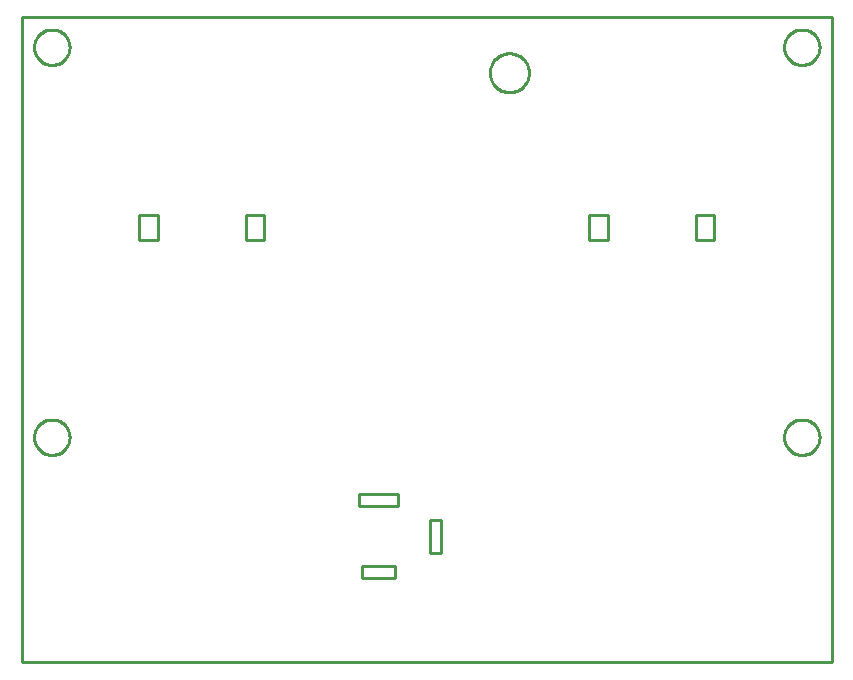
<source format=gbr>
G04 EAGLE Gerber RS-274X export*
G75*
%MOMM*%
%FSLAX34Y34*%
%LPD*%
%IN*%
%IPPOS*%
%AMOC8*
5,1,8,0,0,1.08239X$1,22.5*%
G01*
%ADD10C,0.254000*%


D10*
X0Y0D02*
X685800Y0D01*
X685800Y546100D01*
X0Y546100D01*
X0Y0D01*
X189400Y357800D02*
X205400Y357800D01*
X205400Y378800D01*
X189400Y378800D01*
X189400Y357800D01*
X99400Y357800D02*
X115400Y357800D01*
X115400Y378800D01*
X99400Y378800D01*
X99400Y357800D01*
X288260Y71680D02*
X316260Y71680D01*
X316260Y81680D01*
X288260Y81680D01*
X288260Y71680D01*
X345260Y92680D02*
X355260Y92680D01*
X355260Y120680D01*
X345260Y120680D01*
X345260Y92680D01*
X285760Y132680D02*
X318760Y132680D01*
X318760Y142680D01*
X285760Y142680D01*
X285760Y132680D01*
X480400Y357800D02*
X496400Y357800D01*
X496400Y378800D01*
X480400Y378800D01*
X480400Y357800D01*
X570400Y357800D02*
X586400Y357800D01*
X586400Y378800D01*
X570400Y378800D01*
X570400Y357800D01*
X40400Y520164D02*
X40324Y519096D01*
X40171Y518035D01*
X39943Y516988D01*
X39641Y515960D01*
X39267Y514956D01*
X38822Y513981D01*
X38308Y513041D01*
X37729Y512140D01*
X37087Y511282D01*
X36385Y510472D01*
X35628Y509715D01*
X34818Y509013D01*
X33960Y508371D01*
X33059Y507792D01*
X32119Y507278D01*
X31144Y506833D01*
X30140Y506459D01*
X29112Y506157D01*
X28065Y505929D01*
X27004Y505776D01*
X25936Y505700D01*
X24864Y505700D01*
X23796Y505776D01*
X22735Y505929D01*
X21688Y506157D01*
X20660Y506459D01*
X19656Y506833D01*
X18681Y507278D01*
X17741Y507792D01*
X16840Y508371D01*
X15982Y509013D01*
X15172Y509715D01*
X14415Y510472D01*
X13713Y511282D01*
X13071Y512140D01*
X12492Y513041D01*
X11978Y513981D01*
X11533Y514956D01*
X11159Y515960D01*
X10857Y516988D01*
X10629Y518035D01*
X10476Y519096D01*
X10400Y520164D01*
X10400Y521236D01*
X10476Y522304D01*
X10629Y523365D01*
X10857Y524412D01*
X11159Y525440D01*
X11533Y526444D01*
X11978Y527419D01*
X12492Y528359D01*
X13071Y529260D01*
X13713Y530118D01*
X14415Y530928D01*
X15172Y531685D01*
X15982Y532387D01*
X16840Y533029D01*
X17741Y533608D01*
X18681Y534122D01*
X19656Y534567D01*
X20660Y534941D01*
X21688Y535243D01*
X22735Y535471D01*
X23796Y535624D01*
X24864Y535700D01*
X25936Y535700D01*
X27004Y535624D01*
X28065Y535471D01*
X29112Y535243D01*
X30140Y534941D01*
X31144Y534567D01*
X32119Y534122D01*
X33059Y533608D01*
X33960Y533029D01*
X34818Y532387D01*
X35628Y531685D01*
X36385Y530928D01*
X37087Y530118D01*
X37729Y529260D01*
X38308Y528359D01*
X38822Y527419D01*
X39267Y526444D01*
X39641Y525440D01*
X39943Y524412D01*
X40171Y523365D01*
X40324Y522304D01*
X40400Y521236D01*
X40400Y520164D01*
X40400Y189964D02*
X40324Y188896D01*
X40171Y187835D01*
X39943Y186788D01*
X39641Y185760D01*
X39267Y184756D01*
X38822Y183781D01*
X38308Y182841D01*
X37729Y181940D01*
X37087Y181082D01*
X36385Y180272D01*
X35628Y179515D01*
X34818Y178813D01*
X33960Y178171D01*
X33059Y177592D01*
X32119Y177078D01*
X31144Y176633D01*
X30140Y176259D01*
X29112Y175957D01*
X28065Y175729D01*
X27004Y175576D01*
X25936Y175500D01*
X24864Y175500D01*
X23796Y175576D01*
X22735Y175729D01*
X21688Y175957D01*
X20660Y176259D01*
X19656Y176633D01*
X18681Y177078D01*
X17741Y177592D01*
X16840Y178171D01*
X15982Y178813D01*
X15172Y179515D01*
X14415Y180272D01*
X13713Y181082D01*
X13071Y181940D01*
X12492Y182841D01*
X11978Y183781D01*
X11533Y184756D01*
X11159Y185760D01*
X10857Y186788D01*
X10629Y187835D01*
X10476Y188896D01*
X10400Y189964D01*
X10400Y191036D01*
X10476Y192104D01*
X10629Y193165D01*
X10857Y194212D01*
X11159Y195240D01*
X11533Y196244D01*
X11978Y197219D01*
X12492Y198159D01*
X13071Y199060D01*
X13713Y199918D01*
X14415Y200728D01*
X15172Y201485D01*
X15982Y202187D01*
X16840Y202829D01*
X17741Y203408D01*
X18681Y203922D01*
X19656Y204367D01*
X20660Y204741D01*
X21688Y205043D01*
X22735Y205271D01*
X23796Y205424D01*
X24864Y205500D01*
X25936Y205500D01*
X27004Y205424D01*
X28065Y205271D01*
X29112Y205043D01*
X30140Y204741D01*
X31144Y204367D01*
X32119Y203922D01*
X33059Y203408D01*
X33960Y202829D01*
X34818Y202187D01*
X35628Y201485D01*
X36385Y200728D01*
X37087Y199918D01*
X37729Y199060D01*
X38308Y198159D01*
X38822Y197219D01*
X39267Y196244D01*
X39641Y195240D01*
X39943Y194212D01*
X40171Y193165D01*
X40324Y192104D01*
X40400Y191036D01*
X40400Y189964D01*
X675400Y189964D02*
X675324Y188896D01*
X675171Y187835D01*
X674943Y186788D01*
X674641Y185760D01*
X674267Y184756D01*
X673822Y183781D01*
X673308Y182841D01*
X672729Y181940D01*
X672087Y181082D01*
X671385Y180272D01*
X670628Y179515D01*
X669818Y178813D01*
X668960Y178171D01*
X668059Y177592D01*
X667119Y177078D01*
X666144Y176633D01*
X665140Y176259D01*
X664112Y175957D01*
X663065Y175729D01*
X662004Y175576D01*
X660936Y175500D01*
X659864Y175500D01*
X658796Y175576D01*
X657735Y175729D01*
X656688Y175957D01*
X655660Y176259D01*
X654656Y176633D01*
X653681Y177078D01*
X652741Y177592D01*
X651840Y178171D01*
X650982Y178813D01*
X650172Y179515D01*
X649415Y180272D01*
X648713Y181082D01*
X648071Y181940D01*
X647492Y182841D01*
X646978Y183781D01*
X646533Y184756D01*
X646159Y185760D01*
X645857Y186788D01*
X645629Y187835D01*
X645476Y188896D01*
X645400Y189964D01*
X645400Y191036D01*
X645476Y192104D01*
X645629Y193165D01*
X645857Y194212D01*
X646159Y195240D01*
X646533Y196244D01*
X646978Y197219D01*
X647492Y198159D01*
X648071Y199060D01*
X648713Y199918D01*
X649415Y200728D01*
X650172Y201485D01*
X650982Y202187D01*
X651840Y202829D01*
X652741Y203408D01*
X653681Y203922D01*
X654656Y204367D01*
X655660Y204741D01*
X656688Y205043D01*
X657735Y205271D01*
X658796Y205424D01*
X659864Y205500D01*
X660936Y205500D01*
X662004Y205424D01*
X663065Y205271D01*
X664112Y205043D01*
X665140Y204741D01*
X666144Y204367D01*
X667119Y203922D01*
X668059Y203408D01*
X668960Y202829D01*
X669818Y202187D01*
X670628Y201485D01*
X671385Y200728D01*
X672087Y199918D01*
X672729Y199060D01*
X673308Y198159D01*
X673822Y197219D01*
X674267Y196244D01*
X674641Y195240D01*
X674943Y194212D01*
X675171Y193165D01*
X675324Y192104D01*
X675400Y191036D01*
X675400Y189964D01*
X675400Y520164D02*
X675324Y519096D01*
X675171Y518035D01*
X674943Y516988D01*
X674641Y515960D01*
X674267Y514956D01*
X673822Y513981D01*
X673308Y513041D01*
X672729Y512140D01*
X672087Y511282D01*
X671385Y510472D01*
X670628Y509715D01*
X669818Y509013D01*
X668960Y508371D01*
X668059Y507792D01*
X667119Y507278D01*
X666144Y506833D01*
X665140Y506459D01*
X664112Y506157D01*
X663065Y505929D01*
X662004Y505776D01*
X660936Y505700D01*
X659864Y505700D01*
X658796Y505776D01*
X657735Y505929D01*
X656688Y506157D01*
X655660Y506459D01*
X654656Y506833D01*
X653681Y507278D01*
X652741Y507792D01*
X651840Y508371D01*
X650982Y509013D01*
X650172Y509715D01*
X649415Y510472D01*
X648713Y511282D01*
X648071Y512140D01*
X647492Y513041D01*
X646978Y513981D01*
X646533Y514956D01*
X646159Y515960D01*
X645857Y516988D01*
X645629Y518035D01*
X645476Y519096D01*
X645400Y520164D01*
X645400Y521236D01*
X645476Y522304D01*
X645629Y523365D01*
X645857Y524412D01*
X646159Y525440D01*
X646533Y526444D01*
X646978Y527419D01*
X647492Y528359D01*
X648071Y529260D01*
X648713Y530118D01*
X649415Y530928D01*
X650172Y531685D01*
X650982Y532387D01*
X651840Y533029D01*
X652741Y533608D01*
X653681Y534122D01*
X654656Y534567D01*
X655660Y534941D01*
X656688Y535243D01*
X657735Y535471D01*
X658796Y535624D01*
X659864Y535700D01*
X660936Y535700D01*
X662004Y535624D01*
X663065Y535471D01*
X664112Y535243D01*
X665140Y534941D01*
X666144Y534567D01*
X667119Y534122D01*
X668059Y533608D01*
X668960Y533029D01*
X669818Y532387D01*
X670628Y531685D01*
X671385Y530928D01*
X672087Y530118D01*
X672729Y529260D01*
X673308Y528359D01*
X673822Y527419D01*
X674267Y526444D01*
X674641Y525440D01*
X674943Y524412D01*
X675171Y523365D01*
X675324Y522304D01*
X675400Y521236D01*
X675400Y520164D01*
X429260Y498570D02*
X429189Y497491D01*
X429048Y496419D01*
X428837Y495359D01*
X428558Y494315D01*
X428210Y493291D01*
X427796Y492293D01*
X427318Y491323D01*
X426778Y490387D01*
X426177Y489488D01*
X425519Y488631D01*
X424807Y487818D01*
X424042Y487054D01*
X423229Y486341D01*
X422372Y485683D01*
X421473Y485082D01*
X420537Y484542D01*
X419567Y484064D01*
X418569Y483650D01*
X417545Y483302D01*
X416501Y483023D01*
X415441Y482812D01*
X414369Y482671D01*
X413290Y482600D01*
X412210Y482600D01*
X411131Y482671D01*
X410059Y482812D01*
X408999Y483023D01*
X407955Y483302D01*
X406931Y483650D01*
X405933Y484064D01*
X404963Y484542D01*
X404027Y485082D01*
X403128Y485683D01*
X402271Y486341D01*
X401458Y487054D01*
X400694Y487818D01*
X399981Y488631D01*
X399323Y489488D01*
X398722Y490387D01*
X398182Y491323D01*
X397704Y492293D01*
X397290Y493291D01*
X396942Y494315D01*
X396663Y495359D01*
X396452Y496419D01*
X396311Y497491D01*
X396240Y498570D01*
X396240Y499650D01*
X396311Y500729D01*
X396452Y501801D01*
X396663Y502861D01*
X396942Y503905D01*
X397290Y504929D01*
X397704Y505927D01*
X398182Y506897D01*
X398722Y507833D01*
X399323Y508732D01*
X399981Y509589D01*
X400694Y510402D01*
X401458Y511167D01*
X402271Y511879D01*
X403128Y512537D01*
X404027Y513138D01*
X404963Y513678D01*
X405933Y514156D01*
X406931Y514570D01*
X407955Y514918D01*
X408999Y515197D01*
X410059Y515408D01*
X411131Y515549D01*
X412210Y515620D01*
X413290Y515620D01*
X414369Y515549D01*
X415441Y515408D01*
X416501Y515197D01*
X417545Y514918D01*
X418569Y514570D01*
X419567Y514156D01*
X420537Y513678D01*
X421473Y513138D01*
X422372Y512537D01*
X423229Y511879D01*
X424042Y511167D01*
X424807Y510402D01*
X425519Y509589D01*
X426177Y508732D01*
X426778Y507833D01*
X427318Y506897D01*
X427796Y505927D01*
X428210Y504929D01*
X428558Y503905D01*
X428837Y502861D01*
X429048Y501801D01*
X429189Y500729D01*
X429260Y499650D01*
X429260Y498570D01*
M02*

</source>
